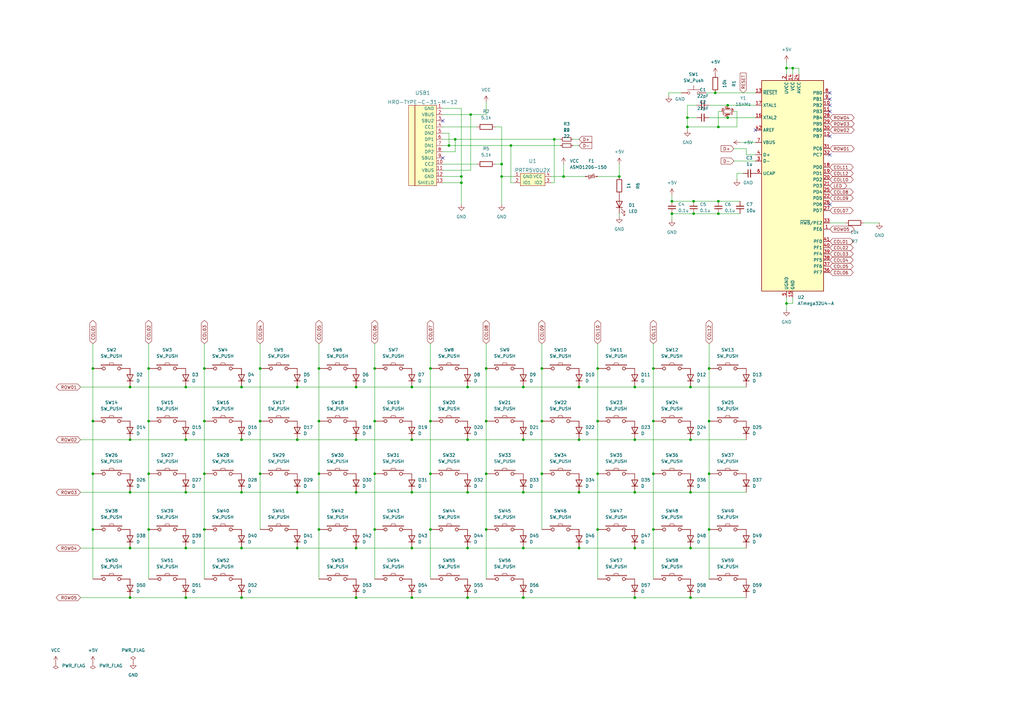
<source format=kicad_sch>
(kicad_sch (version 20211123) (generator eeschema)
  (paper "A3")
  (junction (at 290.83 217.17))
  (junction (at 191.77 201.93))
  (junction (at 199.39 194.31))
  (junction (at 260.35 180.34))
  (junction (at 176.53 151.13))
  (junction (at 237.49 180.34))
  (junction (at 99.06 201.93))
  (junction (at 294.64 87.63))
  (junction (at 290.83 172.72))
  (junction (at 214.63 224.79))
  (junction (at 267.97 217.17))
  (junction (at 53.34 180.34))
  (junction (at 245.11 172.72))
  (junction (at 205.74 67.31))
  (junction (at 231.14 72.39))
  (junction (at 121.92 224.79))
  (junction (at 290.83 151.13))
  (junction (at 76.2 224.79))
  (junction (at 99.06 158.75))
  (junction (at 325.12 27.94))
  (junction (at 260.35 224.79))
  (junction (at 191.77 158.75))
  (junction (at 176.53 194.31))
  (junction (at 294.64 52.07))
  (junction (at 283.21 224.79))
  (junction (at 260.35 158.75))
  (junction (at 106.68 194.31))
  (junction (at 38.1 151.13))
  (junction (at 130.81 172.72))
  (junction (at 76.2 245.11))
  (junction (at 214.63 180.34))
  (junction (at 38.1 172.72))
  (junction (at 284.48 82.55))
  (junction (at 153.67 151.13))
  (junction (at 106.68 151.13))
  (junction (at 76.2 158.75))
  (junction (at 191.77 180.34))
  (junction (at 322.58 27.94))
  (junction (at 121.92 201.93))
  (junction (at 237.49 201.93))
  (junction (at 237.49 158.75))
  (junction (at 83.82 151.13))
  (junction (at 284.48 87.63))
  (junction (at 83.82 217.17))
  (junction (at 60.96 151.13))
  (junction (at 283.21 180.34))
  (junction (at 294.64 82.55))
  (junction (at 189.23 72.39))
  (junction (at 146.05 180.34))
  (junction (at 222.25 172.72))
  (junction (at 76.2 201.93))
  (junction (at 214.63 201.93))
  (junction (at 130.81 194.31))
  (junction (at 245.11 217.17))
  (junction (at 283.21 201.93))
  (junction (at 121.92 158.75))
  (junction (at 283.21 245.11))
  (junction (at 283.21 158.75))
  (junction (at 193.04 46.99))
  (junction (at 267.97 151.13))
  (junction (at 60.96 217.17))
  (junction (at 168.91 201.93))
  (junction (at 146.05 201.93))
  (junction (at 237.49 224.79))
  (junction (at 121.92 180.34))
  (junction (at 189.23 74.93))
  (junction (at 214.63 158.75))
  (junction (at 99.06 224.79))
  (junction (at 106.68 172.72))
  (junction (at 146.05 158.75))
  (junction (at 191.77 245.11))
  (junction (at 222.25 194.31))
  (junction (at 227.33 57.15))
  (junction (at 153.67 172.72))
  (junction (at 254 72.39))
  (junction (at 260.35 201.93))
  (junction (at 168.91 180.34))
  (junction (at 60.96 194.31))
  (junction (at 53.34 201.93))
  (junction (at 168.91 245.11))
  (junction (at 76.2 180.34))
  (junction (at 146.05 224.79))
  (junction (at 168.91 158.75))
  (junction (at 290.83 194.31))
  (junction (at 146.05 245.11))
  (junction (at 38.1 217.17))
  (junction (at 38.1 194.31))
  (junction (at 130.81 217.17))
  (junction (at 267.97 194.31))
  (junction (at 298.45 43.18))
  (junction (at 245.11 151.13))
  (junction (at 245.11 194.31))
  (junction (at 53.34 158.75))
  (junction (at 191.77 224.79))
  (junction (at 275.59 82.55))
  (junction (at 53.34 245.11))
  (junction (at 184.15 59.69))
  (junction (at 60.96 172.72))
  (junction (at 298.45 48.26))
  (junction (at 293.37 38.1))
  (junction (at 53.34 224.79))
  (junction (at 176.53 217.17))
  (junction (at 83.82 194.31))
  (junction (at 130.81 151.13))
  (junction (at 214.63 245.11))
  (junction (at 176.53 172.72))
  (junction (at 222.25 151.13))
  (junction (at 205.74 72.39))
  (junction (at 281.94 52.07))
  (junction (at 209.55 59.69))
  (junction (at 168.91 224.79))
  (junction (at 99.06 245.11))
  (junction (at 199.39 151.13))
  (junction (at 281.94 48.26))
  (junction (at 199.39 172.72))
  (junction (at 153.67 217.17))
  (junction (at 322.58 124.46))
  (junction (at 275.59 87.63))
  (junction (at 186.69 57.15))
  (junction (at 199.39 217.17))
  (junction (at 83.82 172.72))
  (junction (at 267.97 172.72))
  (junction (at 260.35 245.11))
  (junction (at 99.06 180.34))
  (junction (at 153.67 194.31))
  (no_connect (at 340.36 83.82))
  (no_connect (at 309.88 53.34))
  (no_connect (at 181.61 49.53))
  (no_connect (at 181.61 64.77))
  (no_connect (at 340.36 45.72))
  (no_connect (at 340.36 55.88))
  (no_connect (at 340.36 43.18))
  (no_connect (at 340.36 40.64))
  (no_connect (at 340.36 38.1))
  (no_connect (at 340.36 63.5))
  (wire (pts (xy 60.96 172.72) (xy 60.96 194.31)))
  (wire (pts (xy 295.91 45.72) (xy 294.64 45.72)))
  (wire (pts (xy 294.64 45.72) (xy 294.64 52.07)))
  (wire (pts (xy 199.39 217.17) (xy 199.39 237.49)))
  (wire (pts (xy 214.63 224.79) (xy 237.49 224.79)))
  (wire (pts (xy 237.49 180.34) (xy 260.35 180.34)))
  (wire (pts (xy 83.82 151.13) (xy 83.82 172.72)))
  (wire (pts (xy 306.07 63.5) (xy 309.88 63.5)))
  (wire (pts (xy 275.59 87.63) (xy 284.48 87.63)))
  (wire (pts (xy 275.59 80.01) (xy 275.59 82.55)))
  (wire (pts (xy 322.58 124.46) (xy 325.12 124.46)))
  (wire (pts (xy 181.61 74.93) (xy 189.23 74.93)))
  (wire (pts (xy 146.05 245.11) (xy 168.91 245.11)))
  (wire (pts (xy 283.21 201.93) (xy 306.07 201.93)))
  (wire (pts (xy 176.53 140.97) (xy 176.53 151.13)))
  (wire (pts (xy 106.68 140.97) (xy 106.68 151.13)))
  (wire (pts (xy 130.81 172.72) (xy 130.81 194.31)))
  (wire (pts (xy 283.21 245.11) (xy 306.07 245.11)))
  (wire (pts (xy 76.2 158.75) (xy 99.06 158.75)))
  (wire (pts (xy 146.05 180.34) (xy 168.91 180.34)))
  (wire (pts (xy 205.74 67.31) (xy 205.74 72.39)))
  (wire (pts (xy 290.83 151.13) (xy 290.83 172.72)))
  (wire (pts (xy 53.34 180.34) (xy 76.2 180.34)))
  (wire (pts (xy 203.2 52.07) (xy 205.74 52.07)))
  (wire (pts (xy 193.04 46.99) (xy 199.39 46.99)))
  (wire (pts (xy 83.82 194.31) (xy 83.82 217.17)))
  (wire (pts (xy 267.97 140.97) (xy 267.97 151.13)))
  (wire (pts (xy 189.23 74.93) (xy 189.23 83.82)))
  (wire (pts (xy 227.33 57.15) (xy 229.87 57.15)))
  (wire (pts (xy 234.95 57.15) (xy 237.49 57.15)))
  (wire (pts (xy 281.94 52.07) (xy 281.94 53.34)))
  (wire (pts (xy 290.83 48.26) (xy 298.45 48.26)))
  (wire (pts (xy 327.66 27.94) (xy 325.12 27.94)))
  (wire (pts (xy 153.67 194.31) (xy 153.67 217.17)))
  (wire (pts (xy 275.59 82.55) (xy 284.48 82.55)))
  (wire (pts (xy 176.53 151.13) (xy 176.53 172.72)))
  (wire (pts (xy 322.58 27.94) (xy 322.58 30.48)))
  (wire (pts (xy 99.06 158.75) (xy 121.92 158.75)))
  (wire (pts (xy 38.1 172.72) (xy 38.1 194.31)))
  (wire (pts (xy 237.49 224.79) (xy 260.35 224.79)))
  (wire (pts (xy 181.61 52.07) (xy 195.58 52.07)))
  (wire (pts (xy 302.26 45.72) (xy 302.26 52.07)))
  (wire (pts (xy 214.63 180.34) (xy 237.49 180.34)))
  (wire (pts (xy 222.25 194.31) (xy 222.25 217.17)))
  (wire (pts (xy 294.64 52.07) (xy 302.26 52.07)))
  (wire (pts (xy 176.53 172.72) (xy 176.53 194.31)))
  (wire (pts (xy 281.94 48.26) (xy 281.94 52.07)))
  (wire (pts (xy 176.53 217.17) (xy 176.53 237.49)))
  (wire (pts (xy 245.11 151.13) (xy 245.11 172.72)))
  (wire (pts (xy 205.74 52.07) (xy 205.74 67.31)))
  (wire (pts (xy 199.39 140.97) (xy 199.39 151.13)))
  (wire (pts (xy 210.82 74.93) (xy 209.55 74.93)))
  (wire (pts (xy 274.32 38.1) (xy 279.4 38.1)))
  (wire (pts (xy 222.25 151.13) (xy 222.25 172.72)))
  (wire (pts (xy 121.92 201.93) (xy 146.05 201.93)))
  (wire (pts (xy 106.68 172.72) (xy 106.68 194.31)))
  (wire (pts (xy 203.2 67.31) (xy 205.74 67.31)))
  (wire (pts (xy 254 67.31) (xy 254 72.39)))
  (wire (pts (xy 60.96 140.97) (xy 60.96 151.13)))
  (wire (pts (xy 76.2 180.34) (xy 99.06 180.34)))
  (wire (pts (xy 302.26 71.12) (xy 302.26 73.66)))
  (wire (pts (xy 205.74 72.39) (xy 205.74 83.82)))
  (wire (pts (xy 191.77 245.11) (xy 214.63 245.11)))
  (wire (pts (xy 260.35 245.11) (xy 283.21 245.11)))
  (wire (pts (xy 184.15 54.61) (xy 184.15 59.69)))
  (wire (pts (xy 260.35 158.75) (xy 283.21 158.75)))
  (wire (pts (xy 184.15 59.69) (xy 209.55 59.69)))
  (wire (pts (xy 168.91 224.79) (xy 191.77 224.79)))
  (wire (pts (xy 146.05 224.79) (xy 168.91 224.79)))
  (wire (pts (xy 245.11 194.31) (xy 245.11 217.17)))
  (wire (pts (xy 260.35 180.34) (xy 283.21 180.34)))
  (wire (pts (xy 325.12 27.94) (xy 325.12 30.48)))
  (wire (pts (xy 237.49 59.69) (xy 234.95 59.69)))
  (wire (pts (xy 283.21 180.34) (xy 306.07 180.34)))
  (wire (pts (xy 53.34 158.75) (xy 76.2 158.75)))
  (wire (pts (xy 283.21 158.75) (xy 306.07 158.75)))
  (wire (pts (xy 53.34 201.93) (xy 76.2 201.93)))
  (wire (pts (xy 306.07 60.96) (xy 306.07 63.5)))
  (wire (pts (xy 226.06 74.93) (xy 227.33 74.93)))
  (wire (pts (xy 222.25 172.72) (xy 222.25 194.31)))
  (wire (pts (xy 60.96 151.13) (xy 60.96 172.72)))
  (wire (pts (xy 227.33 57.15) (xy 227.33 74.93)))
  (wire (pts (xy 322.58 25.4) (xy 322.58 27.94)))
  (wire (pts (xy 99.06 245.11) (xy 146.05 245.11)))
  (wire (pts (xy 33.02 245.11) (xy 53.34 245.11)))
  (wire (pts (xy 76.2 201.93) (xy 99.06 201.93)))
  (wire (pts (xy 193.04 69.85) (xy 193.04 46.99)))
  (wire (pts (xy 60.96 217.17) (xy 60.96 237.49)))
  (wire (pts (xy 281.94 48.26) (xy 285.75 48.26)))
  (wire (pts (xy 121.92 224.79) (xy 146.05 224.79)))
  (wire (pts (xy 181.61 69.85) (xy 193.04 69.85)))
  (wire (pts (xy 60.96 194.31) (xy 60.96 217.17)))
  (wire (pts (xy 226.06 72.39) (xy 231.14 72.39)))
  (wire (pts (xy 181.61 72.39) (xy 189.23 72.39)))
  (wire (pts (xy 322.58 127) (xy 322.58 124.46)))
  (wire (pts (xy 327.66 27.94) (xy 327.66 30.48)))
  (wire (pts (xy 199.39 151.13) (xy 199.39 172.72)))
  (wire (pts (xy 302.26 71.12) (xy 304.8 71.12)))
  (wire (pts (xy 245.11 217.17) (xy 245.11 237.49)))
  (wire (pts (xy 153.67 217.17) (xy 153.67 237.49)))
  (wire (pts (xy 325.12 124.46) (xy 325.12 121.92)))
  (wire (pts (xy 209.55 59.69) (xy 209.55 74.93)))
  (wire (pts (xy 153.67 151.13) (xy 153.67 172.72)))
  (wire (pts (xy 214.63 245.11) (xy 260.35 245.11)))
  (wire (pts (xy 267.97 151.13) (xy 267.97 172.72)))
  (wire (pts (xy 245.11 72.39) (xy 254 72.39)))
  (wire (pts (xy 130.81 140.97) (xy 130.81 151.13)))
  (wire (pts (xy 38.1 140.97) (xy 38.1 151.13)))
  (wire (pts (xy 168.91 245.11) (xy 191.77 245.11)))
  (wire (pts (xy 303.53 58.42) (xy 309.88 58.42)))
  (wire (pts (xy 99.06 224.79) (xy 121.92 224.79)))
  (wire (pts (xy 199.39 194.31) (xy 199.39 217.17)))
  (wire (pts (xy 281.94 43.18) (xy 281.94 48.26)))
  (wire (pts (xy 33.02 158.75) (xy 53.34 158.75)))
  (wire (pts (xy 281.94 43.18) (xy 285.75 43.18)))
  (wire (pts (xy 300.99 60.96) (xy 306.07 60.96)))
  (wire (pts (xy 33.02 201.93) (xy 53.34 201.93)))
  (wire (pts (xy 260.35 224.79) (xy 283.21 224.79)))
  (wire (pts (xy 346.71 91.44) (xy 340.36 91.44)))
  (wire (pts (xy 322.58 124.46) (xy 322.58 121.92)))
  (wire (pts (xy 76.2 245.11) (xy 99.06 245.11)))
  (wire (pts (xy 38.1 151.13) (xy 38.1 172.72)))
  (wire (pts (xy 294.64 87.63) (xy 303.53 87.63)))
  (wire (pts (xy 121.92 158.75) (xy 146.05 158.75)))
  (wire (pts (xy 168.91 158.75) (xy 191.77 158.75)))
  (wire (pts (xy 214.63 158.75) (xy 237.49 158.75)))
  (wire (pts (xy 360.68 91.44) (xy 354.33 91.44)))
  (wire (pts (xy 293.37 38.1) (xy 309.88 38.1)))
  (wire (pts (xy 191.77 224.79) (xy 214.63 224.79)))
  (wire (pts (xy 130.81 151.13) (xy 130.81 172.72)))
  (wire (pts (xy 290.83 194.31) (xy 290.83 217.17)))
  (wire (pts (xy 290.83 172.72) (xy 290.83 194.31)))
  (wire (pts (xy 168.91 201.93) (xy 191.77 201.93)))
  (wire (pts (xy 237.49 158.75) (xy 260.35 158.75)))
  (wire (pts (xy 99.06 201.93) (xy 121.92 201.93)))
  (wire (pts (xy 290.83 43.18) (xy 298.45 43.18)))
  (wire (pts (xy 181.61 46.99) (xy 193.04 46.99)))
  (wire (pts (xy 322.58 27.94) (xy 325.12 27.94)))
  (wire (pts (xy 231.14 67.31) (xy 231.14 72.39)))
  (wire (pts (xy 106.68 151.13) (xy 106.68 172.72)))
  (wire (pts (xy 199.39 41.91) (xy 199.39 46.99)))
  (wire (pts (xy 245.11 140.97) (xy 245.11 151.13)))
  (wire (pts (xy 191.77 180.34) (xy 214.63 180.34)))
  (wire (pts (xy 191.77 201.93) (xy 214.63 201.93)))
  (wire (pts (xy 267.97 172.72) (xy 267.97 194.31)))
  (wire (pts (xy 199.39 172.72) (xy 199.39 194.31)))
  (wire (pts (xy 231.14 72.39) (xy 240.03 72.39)))
  (wire (pts (xy 121.92 180.34) (xy 146.05 180.34)))
  (wire (pts (xy 33.02 224.79) (xy 53.34 224.79)))
  (wire (pts (xy 176.53 194.31) (xy 176.53 217.17)))
  (wire (pts (xy 181.61 67.31) (xy 195.58 67.31)))
  (wire (pts (xy 146.05 201.93) (xy 168.91 201.93)))
  (wire (pts (xy 189.23 72.39) (xy 189.23 74.93)))
  (wire (pts (xy 298.45 48.26) (xy 309.88 48.26)))
  (wire (pts (xy 209.55 59.69) (xy 229.87 59.69)))
  (wire (pts (xy 237.49 201.93) (xy 260.35 201.93)))
  (wire (pts (xy 222.25 140.97) (xy 222.25 151.13)))
  (wire (pts (xy 181.61 62.23) (xy 186.69 62.23)))
  (wire (pts (xy 260.35 201.93) (xy 283.21 201.93)))
  (wire (pts (xy 267.97 194.31) (xy 267.97 217.17)))
  (wire (pts (xy 146.05 158.75) (xy 168.91 158.75)))
  (wire (pts (xy 153.67 140.97) (xy 153.67 151.13)))
  (wire (pts (xy 284.48 87.63) (xy 294.64 87.63)))
  (wire (pts (xy 168.91 180.34) (xy 191.77 180.34)))
  (wire (pts (xy 181.61 59.69) (xy 184.15 59.69)))
  (wire (pts (xy 38.1 194.31) (xy 38.1 217.17)))
  (wire (pts (xy 290.83 140.97) (xy 290.83 151.13)))
  (wire (pts (xy 186.69 57.15) (xy 186.69 62.23)))
  (wire (pts (xy 300.99 45.72) (xy 302.26 45.72)))
  (wire (pts (xy 106.68 194.31) (xy 106.68 217.17)))
  (wire (pts (xy 275.59 87.63) (xy 275.59 90.17)))
  (wire (pts (xy 245.11 172.72) (xy 245.11 194.31)))
  (wire (pts (xy 191.77 158.75) (xy 214.63 158.75)))
  (wire (pts (xy 283.21 224.79) (xy 306.07 224.79)))
  (wire (pts (xy 181.61 57.15) (xy 186.69 57.15)))
  (wire (pts (xy 76.2 224.79) (xy 99.06 224.79)))
  (wire (pts (xy 130.81 194.31) (xy 130.81 217.17)))
  (wire (pts (xy 38.1 217.17) (xy 38.1 237.49)))
  (wire (pts (xy 298.45 43.18) (xy 309.88 43.18)))
  (wire (pts (xy 289.56 38.1) (xy 293.37 38.1)))
  (wire (pts (xy 205.74 72.39) (xy 210.82 72.39)))
  (wire (pts (xy 214.63 201.93) (xy 237.49 201.93)))
  (wire (pts (xy 83.82 140.97) (xy 83.82 151.13)))
  (wire (pts (xy 281.94 52.07) (xy 294.64 52.07)))
  (wire (pts (xy 254 88.9) (xy 254 87.63)))
  (wire (pts (xy 189.23 44.45) (xy 189.23 72.39)))
  (wire (pts (xy 274.32 38.1) (xy 274.32 39.37)))
  (wire (pts (xy 181.61 54.61) (xy 184.15 54.61)))
  (wire (pts (xy 181.61 44.45) (xy 189.23 44.45)))
  (wire (pts (xy 290.83 217.17) (xy 290.83 237.49)))
  (wire (pts (xy 300.99 66.04) (xy 309.88 66.04)))
  (wire (pts (xy 267.97 217.17) (xy 267.97 237.49)))
  (wire (pts (xy 294.64 82.55) (xy 303.53 82.55)))
  (wire (pts (xy 53.34 245.11) (xy 76.2 245.11)))
  (wire (pts (xy 33.02 180.34) (xy 53.34 180.34)))
  (wire (pts (xy 284.48 82.55) (xy 294.64 82.55)))
  (wire (pts (xy 130.81 217.17) (xy 130.81 237.49)))
  (wire (pts (xy 99.06 180.34) (xy 121.92 180.34)))
  (wire (pts (xy 53.34 224.79) (xy 76.2 224.79)))
  (wire (pts (xy 153.67 172.72) (xy 153.67 194.31)))
  (wire (pts (xy 186.69 57.15) (xy 227.33 57.15)))
  (wire (pts (xy 83.82 172.72) (xy 83.82 194.31)))
  (wire (pts (xy 83.82 217.17) (xy 83.82 237.49)))
  (global_label "COL09" (shape bidirectional) (at 340.36 81.28 0) (property "Intersheet References" "${INTERSHEET_REFS}" (effects hide)))
  (global_label "COL08" (shape bidirectional) (at 340.36 78.74 0) (property "Intersheet References" "${INTERSHEET_REFS}" (effects hide)))
  (global_label "ROW02" (shape bidirectional) (at 33.02 180.34 180) (property "Intersheet References" "${INTERSHEET_REFS}" (effects hide)))
  (global_label "COL10" (shape bidirectional) (at 245.11 140.97 90) (property "Intersheet References" "${INTERSHEET_REFS}" (effects hide)))
  (global_label "COL08" (shape bidirectional) (at 199.39 140.97 90) (property "Intersheet References" "${INTERSHEET_REFS}" (effects hide)))
  (global_label "COL03" (shape bidirectional) (at 83.82 140.97 90) (property "Intersheet References" "${INTERSHEET_REFS}" (effects hide)))
  (global_label "ROW03" (shape bidirectional) (at 33.02 201.93 180) (property "Intersheet References" "${INTERSHEET_REFS}" (effects hide)))
  (global_label "D-" (shape input) (at 237.49 59.69 0) (property "Intersheet References" "${INTERSHEET_REFS}" (effects hide)))
  (global_label "COL11" (shape bidirectional) (at 267.97 140.97 90) (property "Intersheet References" "${INTERSHEET_REFS}" (effects hide)))
  (global_label "RESET" (shape input) (at 304.8 38.1 90) (property "Intersheet References" "${INTERSHEET_REFS}" (effects hide)))
  (global_label "COL11" (shape bidirectional) (at 340.36 68.58 0) (property "Intersheet References" "${INTERSHEET_REFS}" (effects hide)))
  (global_label "COL07" (shape bidirectional) (at 176.53 140.97 90) (property "Intersheet References" "${INTERSHEET_REFS}" (effects hide)))
  (global_label "D-" (shape input) (at 300.99 66.04 180) (property "Intersheet References" "${INTERSHEET_REFS}" (effects hide)))
  (global_label "COL01" (shape bidirectional) (at 340.36 99.06 0) (property "Intersheet References" "${INTERSHEET_REFS}" (effects hide)))
  (global_label "COL09" (shape bidirectional) (at 222.25 140.97 90) (property "Intersheet References" "${INTERSHEET_REFS}" (effects hide)))
  (global_label "ROW04" (shape bidirectional) (at 33.02 224.79 180) (property "Intersheet References" "${INTERSHEET_REFS}" (effects hide)))
  (global_label "COL04" (shape bidirectional) (at 340.36 106.68 0) (property "Intersheet References" "${INTERSHEET_REFS}" (effects hide)))
  (global_label "COL01" (shape bidirectional) (at 38.1 140.97 90) (property "Intersheet References" "${INTERSHEET_REFS}" (effects hide)))
  (global_label "COL05" (shape bidirectional) (at 130.81 140.97 90) (property "Intersheet References" "${INTERSHEET_REFS}" (effects hide)))
  (global_label "D+" (shape input) (at 300.99 60.96 180) (property "Intersheet References" "${INTERSHEET_REFS}" (effects hide)))
  (global_label "COL06" (shape bidirectional) (at 153.67 140.97 90) (property "Intersheet References" "${INTERSHEET_REFS}" (effects hide)))
  (global_label "LED" (shape bidirectional) (at 340.36 76.2 0) (property "Intersheet References" "${INTERSHEET_REFS}" (effects hide)))
  (global_label "COL06" (shape bidirectional) (at 340.36 111.76 0) (property "Intersheet References" "${INTERSHEET_REFS}" (effects hide)))
  (global_label "COL02" (shape bidirectional) (at 340.36 101.6 0) (property "Intersheet References" "${INTERSHEET_REFS}" (effects hide)))
  (global_label "COL04" (shape bidirectional) (at 106.68 140.97 90) (property "Intersheet References" "${INTERSHEET_REFS}" (effects hide)))
  (global_label "COL10" (shape bidirectional) (at 340.36 73.66 0) (property "Intersheet References" "${INTERSHEET_REFS}" (effects hide)))
  (global_label "ROW02" (shape bidirectional) (at 340.36 53.34 0) (property "Intersheet References" "${INTERSHEET_REFS}" (effects hide)))
  (global_label "ROW05" (shape bidirectional) (at 33.02 245.11 180) (property "Intersheet References" "${INTERSHEET_REFS}" (effects hide)))
  (global_label "ROW04" (shape bidirectional) (at 340.36 48.26 0) (property "Intersheet References" "${INTERSHEET_REFS}" (effects hide)))
  (global_label "ROW05" (shape bidirectional) (at 340.36 93.98 0) (property "Intersheet References" "${INTERSHEET_REFS}" (effects hide)))
  (global_label "COL12" (shape bidirectional) (at 290.83 140.97 90) (property "Intersheet References" "${INTERSHEET_REFS}" (effects hide)))
  (global_label "COL02" (shape bidirectional) (at 60.96 140.97 90) (property "Intersheet References" "${INTERSHEET_REFS}" (effects hide)))
  (global_label "COL12" (shape bidirectional) (at 340.36 71.12 0) (property "Intersheet References" "${INTERSHEET_REFS}" (effects hide)))
  (global_label "ROW01" (shape bidirectional) (at 340.36 60.96 0) (property "Intersheet References" "${INTERSHEET_REFS}" (effects hide)))
  (global_label "COL05" (shape bidirectional) (at 340.36 109.22 0) (property "Intersheet References" "${INTERSHEET_REFS}" (effects hide)))
  (global_label "COL03" (shape bidirectional) (at 340.36 104.14 0) (property "Intersheet References" "${INTERSHEET_REFS}" (effects hide)))
  (global_label "ROW01" (shape bidirectional) (at 33.02 158.75 180) (property "Intersheet References" "${INTERSHEET_REFS}" (effects hide)))
  (global_label "COL07" (shape bidirectional) (at 340.36 86.36 0) (property "Intersheet References" "${INTERSHEET_REFS}" (effects hide)))
  (global_label "D+" (shape input) (at 237.49 57.15 0) (property "Intersheet References" "${INTERSHEET_REFS}" (effects hide)))
  (global_label "ROW03" (shape bidirectional) (at 340.36 50.8 0) (property "Intersheet References" "${INTERSHEET_REFS}" (effects hide)))
  (symbol (lib_id "Device:D") (at 99.06 154.94 90) (unit 1)
    (property "Reference" "D4" (at 101.6 153.6699 90) (effects (justify right)))
    (property "Value" "D" (at 101.6 156.2099 90) (effects (justify right)))
    (property "Footprint" "Diode_SMD:D_SOD-123" (effects hide))
    (property "LCSC" "C2828417" (effects hide))
  )
  (symbol (lib_id "power:GND") (at 189.23 83.82 0) (unit 1)
    (property "Reference" "#PWR012" (effects hide))
    (property "Value" "GND" (at 189.23 88.9 0))
  )
  (symbol (lib_id "power:GND") (at 281.94 53.34 0) (unit 1)
    (property "Reference" "#PWR06" (effects hide))
    (property "Value" "GND" (at 281.94 58.42 0))
  )
  (symbol (lib_id "keyboard_parts:SW_PUSH") (at 68.58 217.17 0) (unit 1)
    (property "Reference" "SW39" (at 68.58 209.55 0))
    (property "Value" "SW_PUSH" (at 68.58 212.09 0))
    (property "Footprint" "Switch_Keyboard_Kailh:SW_Kailh_Choc_V1" (effects hide))
  )
  (symbol (lib_id "keyboard_parts:SW_PUSH") (at 252.73 194.31 0) (unit 1)
    (property "Reference" "SW35" (at 252.73 186.69 0))
    (property "Value" "SW_PUSH" (at 252.73 189.23 0))
    (property "Footprint" "Switch_Keyboard_Kailh:SW_Kailh_Choc_V1" (effects hide))
  )
  (symbol (lib_id "keyboard_parts:SW_PUSH") (at 252.73 217.17 0) (unit 1)
    (property "Reference" "SW47" (at 252.73 209.55 0))
    (property "Value" "SW_PUSH" (at 252.73 212.09 0))
    (property "Footprint" "Switch_Keyboard_Kailh:SW_Kailh_Choc_V1" (effects hide))
  )
  (symbol (lib_id "keyboard_parts:SW_PUSH") (at 138.43 194.31 0) (unit 1)
    (property "Reference" "SW30" (at 138.43 186.69 0))
    (property "Value" "SW_PUSH" (at 138.43 189.23 0))
    (property "Footprint" "Switch_Keyboard_Kailh:SW_Kailh_Choc_V1" (effects hide))
  )
  (symbol (lib_id "keyboard_parts:SW_PUSH") (at 184.15 217.17 0) (unit 1)
    (property "Reference" "SW44" (at 184.15 209.55 0))
    (property "Value" "SW_PUSH" (at 184.15 212.09 0))
    (property "Footprint" "Switch_Keyboard_Kailh:SW_Kailh_Choc_V1" (effects hide))
  )
  (symbol (lib_id "keyboard_parts:SW_PUSH") (at 91.44 194.31 0) (unit 1)
    (property "Reference" "SW28" (at 91.44 186.69 0))
    (property "Value" "SW_PUSH" (at 91.44 189.23 0))
    (property "Footprint" "Switch_Keyboard_Kailh:SW_Kailh_Choc_V1" (effects hide))
  )
  (symbol (lib_id "Device:R") (at 199.39 67.31 90) (unit 1)
    (property "Reference" "R5" (at 199.39 60.96 90))
    (property "Value" "5.1k" (at 199.39 63.5 90))
    (property "Footprint" "Resistor_SMD:R_0805_2012Metric" (effects hide))
    (property "LCSC" "C27834" (effects hide))
  )
  (symbol (lib_id "power:GND") (at 275.59 90.17 0) (unit 1)
    (property "Reference" "#PWR015" (effects hide))
    (property "Value" "GND" (at 275.59 95.25 0))
  )
  (symbol (lib_id "Device:D") (at 53.34 220.98 90) (unit 1)
    (property "Reference" "D38" (at 55.88 219.7099 90) (effects (justify right)))
    (property "Value" "D" (at 55.88 222.2499 90) (effects (justify right)))
    (property "Footprint" "Diode_SMD:D_SOD-123" (effects hide))
    (property "LCSC" "C2828417" (effects hide))
  )
  (symbol (lib_id "keyboard_parts:SW_PUSH") (at 252.73 172.72 0) (unit 1)
    (property "Reference" "SW23" (at 252.73 165.1 0))
    (property "Value" "SW_PUSH" (at 252.73 167.64 0))
    (property "Footprint" "Switch_Keyboard_Kailh:SW_Kailh_Choc_V1" (effects hide))
  )
  (symbol (lib_id "Device:D") (at 99.06 241.3 90) (unit 1)
    (property "Reference" "D52" (at 101.6 240.0299 90) (effects (justify right)))
    (property "Value" "D" (at 101.6 242.5699 90) (effects (justify right)))
    (property "Footprint" "Diode_SMD:D_SOD-123" (effects hide))
    (property "LCSC" "C2828417" (effects hide))
  )
  (symbol (lib_id "Device:D") (at 237.49 198.12 90) (unit 1)
    (property "Reference" "D34" (at 240.03 196.8499 90) (effects (justify right)))
    (property "Value" "D" (at 240.03 199.3899 90) (effects (justify right)))
    (property "Footprint" "Diode_SMD:D_SOD-123" (effects hide))
    (property "LCSC" "C2828417" (effects hide))
  )
  (symbol (lib_id "Device:D") (at 237.49 176.53 90) (unit 1)
    (property "Reference" "D22" (at 240.03 175.2599 90) (effects (justify right)))
    (property "Value" "D" (at 240.03 177.7999 90) (effects (justify right)))
    (property "Footprint" "Diode_SMD:D_SOD-123" (effects hide))
    (property "LCSC" "C2828417" (effects hide))
  )
  (symbol (lib_id "keyboard_parts:SW_PUSH") (at 275.59 151.13 0) (unit 1)
    (property "Reference" "SW12" (at 275.59 143.51 0))
    (property "Value" "SW_PUSH" (at 275.59 146.05 0))
    (property "Footprint" "Switch_Keyboard_Kailh:SW_Kailh_Choc_V1" (effects hide))
  )
  (symbol (lib_id "Device:D") (at 53.34 154.94 90) (unit 1)
    (property "Reference" "D2" (at 55.88 153.6699 90) (effects (justify right)))
    (property "Value" "D" (at 55.88 156.2099 90) (effects (justify right)))
    (property "Footprint" "Diode_SMD:D_SOD-123" (effects hide))
    (property "LCSC" "C2828417" (effects hide))
  )
  (symbol (lib_id "Device:D") (at 99.06 198.12 90) (unit 1)
    (property "Reference" "D28" (at 101.6 196.8499 90) (effects (justify right)))
    (property "Value" "D" (at 101.6 199.3899 90) (effects (justify right)))
    (property "Footprint" "Diode_SMD:D_SOD-123" (effects hide))
    (property "LCSC" "C2828417" (effects hide))
  )
  (symbol (lib_id "keyboard_parts:SW_PUSH") (at 298.45 151.13 0) (unit 1)
    (property "Reference" "SW13" (at 298.45 143.51 0))
    (property "Value" "SW_PUSH" (at 298.45 146.05 0))
    (property "Footprint" "Switch_Keyboard_Kailh:SW_Kailh_Choc_V1" (effects hide))
  )
  (symbol (lib_id "keyboard_parts:SW_PUSH") (at 91.44 172.72 0) (unit 1)
    (property "Reference" "SW16" (at 91.44 165.1 0))
    (property "Value" "SW_PUSH" (at 91.44 167.64 0))
    (property "Footprint" "Switch_Keyboard_Kailh:SW_Kailh_Choc_V1" (effects hide))
  )
  (symbol (lib_id "Device:D") (at 146.05 241.3 90) (unit 1)
    (property "Reference" "D53" (at 148.59 240.0299 90) (effects (justify right)))
    (property "Value" "D" (at 148.59 242.5699 90) (effects (justify right)))
    (property "Footprint" "Diode_SMD:D_SOD-123" (effects hide))
    (property "LCSC" "C2828417" (effects hide))
  )
  (symbol (lib_id "Device:D") (at 260.35 176.53 90) (unit 1)
    (property "Reference" "D23" (at 262.89 175.2599 90) (effects (justify right)))
    (property "Value" "D" (at 262.89 177.7999 90) (effects (justify right)))
    (property "Footprint" "Diode_SMD:D_SOD-123" (effects hide))
    (property "LCSC" "C2828417" (effects hide))
  )
  (symbol (lib_id "Device:D") (at 306.07 176.53 90) (unit 1)
    (property "Reference" "D25" (at 308.61 175.2599 90) (effects (justify right)))
    (property "Value" "D" (at 308.61 177.7999 90) (effects (justify right)))
    (property "Footprint" "Diode_SMD:D_SOD-123" (effects hide))
    (property "LCSC" "C2828417" (effects hide))
  )
  (symbol (lib_id "keyboard_parts:SW_PUSH") (at 45.72 194.31 0) (unit 1)
    (property "Reference" "SW26" (at 45.72 186.69 0))
    (property "Value" "SW_PUSH" (at 45.72 189.23 0))
    (property "Footprint" "Switch_Keyboard_Kailh:SW_Kailh_Choc_V1" (effects hide))
  )
  (symbol (lib_id "power:+5V") (at 322.58 25.4 0) (unit 1)
    (property "Reference" "#PWR01" (effects hide))
    (property "Value" "+5V" (at 322.58 20.32 0))
  )
  (symbol (lib_id "power:+5V") (at 303.53 58.42 90) (unit 1)
    (property "Reference" "#PWR07" (effects hide))
    (property "Value" "+5V" (at 304.8 58.4199 90) (effects (justify right)))
  )
  (symbol (lib_id "power:VCC") (at 231.14 67.31 0) (unit 1)
    (property "Reference" "#PWR08" (effects hide))
    (property "Value" "VCC" (at 233.68 66.0399 0) (effects (justify left)))
  )
  (symbol (lib_id "power:+5V") (at 254 67.31 0) (unit 1)
    (property "Reference" "#PWR09" (effects hide))
    (property "Value" "+5V" (at 254 62.23 0))
  )
  (symbol (lib_id "keyboard_parts:SW_PUSH") (at 114.3 194.31 0) (unit 1)
    (property "Reference" "SW29" (at 114.3 186.69 0))
    (property "Value" "SW_PUSH" (at 114.3 189.23 0))
    (property "Footprint" "Switch_Keyboard_Kailh:SW_Kailh_Choc_V1" (effects hide))
  )
  (symbol (lib_id "Device:D") (at 168.91 154.94 90) (unit 1)
    (property "Reference" "D7" (at 171.45 153.6699 90) (effects (justify right)))
    (property "Value" "D" (at 171.45 156.2099 90) (effects (justify right)))
    (property "Footprint" "Diode_SMD:D_SOD-123" (effects hide))
    (property "LCSC" "C2828417" (effects hide))
  )
  (symbol (lib_id "keyboard_parts:SW_PUSH") (at 275.59 217.17 0) (unit 1)
    (property "Reference" "SW48" (at 275.59 209.55 0))
    (property "Value" "SW_PUSH" (at 275.59 212.09 0))
    (property "Footprint" "Switch_Keyboard_Kailh:SW_Kailh_Choc_V1" (effects hide))
  )
  (symbol (lib_id "Device:D") (at 76.2 220.98 90) (unit 1)
    (property "Reference" "D39" (at 78.74 219.7099 90) (effects (justify right)))
    (property "Value" "D" (at 78.74 222.2499 90) (effects (justify right)))
    (property "Footprint" "Diode_SMD:D_SOD-123" (effects hide))
    (property "LCSC" "C2828417" (effects hide))
  )
  (symbol (lib_id "Device:R") (at 350.52 91.44 270) (unit 1)
    (property "Reference" "R7" (at 350.52 99.06 90))
    (property "Value" "10k" (at 350.52 95.25 90))
    (property "Footprint" "Resistor_SMD:R_0805_2012Metric" (effects hide))
    (property "LCSC" "C17414" (effects hide))
  )
  (symbol (lib_id "Type-C:HRO-TYPE-C-31-M-12") (at 179.07 58.42 0) (unit 1)
    (property "Reference" "USB1" (at 173.355 38.1 0) (effects (font (size 1.524 1.524))))
    (property "Value" "HRO-TYPE-C-31-M-12" (at 173.355 41.91 0) (effects (font (size 1.524 1.524))))
    (property "Footprint" "Type-C:HRO-TYPE-C-31-M-12-Assembly" (effects hide))
    (property "LCSC" "C165948" (effects hide))
  )
  (symbol (lib_id "Device:LED") (at 254 83.82 90) (unit 1)
    (property "Reference" "D1" (at 257.81 84.1374 90) (effects (justify right)))
    (property "Value" "LED" (at 257.81 86.6774 90) (effects (justify right)))
    (property "Footprint" "LED_SMD:LED_0603_1608Metric_Pad1.05x0.95mm_HandSolder" (effects hide))
    (property "LCSC" "C2286" (effects hide))
  )
  (symbol (lib_id "MCU_Microchip_ATmega:ATmega32U4-A") (at 325.12 76.2 0) (unit 1)
    (property "Reference" "U2" (at 327.1394 121.92 0) (effects (justify left)))
    (property "Value" "ATmega32U4-A" (at 327.1394 124.46 0) (effects (justify left)))
    (property "Footprint" "Package_QFP:TQFP-44_10x10mm_P0.8mm" (effects hide))
    (property "Datasheet" "http://ww1.microchip.com/downloads/en/DeviceDoc/Atmel-7766-8-bit-AVR-ATmega16U4-32U4_Datasheet.pdf" (effects hide))
  )
  (symbol (lib_id "keyboard_parts:SW_PUSH") (at 229.87 217.17 0) (unit 1)
    (property "Reference" "SW46" (at 229.87 209.55 0))
    (property "Value" "SW_PUSH" (at 229.87 212.09 0))
    (property "Footprint" "Switch_Keyboard_Kailh:SW_Kailh_Choc_V1" (effects hide))
  )
  (symbol (lib_id "Device:D") (at 76.2 176.53 90) (unit 1)
    (property "Reference" "D15" (at 78.74 175.2599 90) (effects (justify right)))
    (property "Value" "D" (at 78.74 177.7999 90) (effects (justify right)))
    (property "Footprint" "Diode_SMD:D_SOD-123" (effects hide))
    (property "LCSC" "C2828417" (effects hide))
  )
  (symbol (lib_id "keyboard_parts:SW_PUSH") (at 161.29 217.17 0) (unit 1)
    (property "Reference" "SW43" (at 161.29 209.55 0))
    (property "Value" "SW_PUSH" (at 161.29 212.09 0))
    (property "Footprint" "Switch_Keyboard_Kailh:SW_Kailh_Choc_V1" (effects hide))
  )
  (symbol (lib_id "Device:R") (at 254 76.2 0) (unit 1)
    (property "Reference" "R6" (at 261.62 76.2 90))
    (property "Value" "1k" (at 257.81 76.2 90))
    (property "Footprint" "Resistor_SMD:R_0805_2012Metric" (effects hide))
    (property "LCSC" "C17513" (effects hide))
  )
  (symbol (lib_id "Device:D") (at 146.05 198.12 90) (unit 1)
    (property "Reference" "D30" (at 148.59 196.8499 90) (effects (justify right)))
    (property "Value" "D" (at 148.59 199.3899 90) (effects (justify right)))
    (property "Footprint" "Diode_SMD:D_SOD-123" (effects hide))
    (property "LCSC" "C2828417" (effects hide))
  )
  (symbol (lib_id "keyboard_parts:SW_PUSH") (at 68.58 237.49 0) (unit 1)
    (property "Reference" "SW51" (at 68.58 229.87 0))
    (property "Value" "SW_PUSH" (at 68.58 232.41 0))
    (property "Footprint" "Switch_Keyboard_Kailh:SW_Kailh_Choc_V1" (effects hide))
  )
  (symbol (lib_id "keyboard_parts:SW_PUSH") (at 91.44 217.17 0) (unit 1)
    (property "Reference" "SW40" (at 91.44 209.55 0))
    (property "Value" "SW_PUSH" (at 91.44 212.09 0))
    (property "Footprint" "Switch_Keyboard_Kailh:SW_Kailh_Choc_V1" (effects hide))
  )
  (symbol (lib_id "keyboard_parts:SW_PUSH") (at 138.43 237.49 0) (unit 1)
    (property "Reference" "SW53" (at 138.43 229.87 0))
    (property "Value" "SW_PUSH" (at 138.43 232.41 0))
    (property "Footprint" "Switch_Keyboard_Kailh:SW_Kailh_Choc_V1" (effects hide))
  )
  (symbol (lib_id "Device:D") (at 53.34 241.3 90) (unit 1)
    (property "Reference" "D50" (at 55.88 240.0299 90) (effects (justify right)))
    (property "Value" "D" (at 55.88 242.5699 90) (effects (justify right)))
    (property "Footprint" "Diode_SMD:D_SOD-123" (effects hide))
    (property "LCSC" "C2828417" (effects hide))
  )
  (symbol (lib_id "Device:D") (at 168.91 198.12 90) (unit 1)
    (property "Reference" "D31" (at 171.45 196.8499 90) (effects (justify right)))
    (property "Value" "D" (at 171.45 199.3899 90) (effects (justify right)))
    (property "Footprint" "Diode_SMD:D_SOD-123" (effects hide))
    (property "LCSC" "C2828417" (effects hide))
  )
  (symbol (lib_id "keyboard_parts:SW_PUSH") (at 207.01 194.31 0) (unit 1)
    (property "Reference" "SW33" (at 207.01 186.69 0))
    (property "Value" "SW_PUSH" (at 207.01 189.23 0))
    (property "Footprint" "Switch_Keyboard_Kailh:SW_Kailh_Choc_V1" (effects hide))
  )
  (symbol (lib_id "Device:D") (at 168.91 220.98 90) (unit 1)
    (property "Reference" "D43" (at 171.45 219.7099 90) (effects (justify right)))
    (property "Value" "D" (at 171.45 222.2499 90) (effects (justify right)))
    (property "Footprint" "Diode_SMD:D_SOD-123" (effects hide))
    (property "LCSC" "C2828417" (effects hide))
  )
  (symbol (lib_id "Device:D") (at 306.07 220.98 90) (unit 1)
    (property "Reference" "D49" (at 308.61 219.7099 90) (effects (justify right)))
    (property "Value" "D" (at 308.61 222.2499 90) (effects (justify right)))
    (property "Footprint" "Diode_SMD:D_SOD-123" (effects hide))
    (property "LCSC" "C2828417" (effects hide))
  )
  (symbol (lib_id "Device:D") (at 191.77 241.3 90) (unit 1)
    (property "Reference" "D55" (at 194.31 240.0299 90) (effects (justify right)))
    (property "Value" "D" (at 194.31 242.5699 90) (effects (justify right)))
    (property "Footprint" "Diode_SMD:D_SOD-123" (effects hide))
    (property "LCSC" "C2828417" (effects hide))
  )
  (symbol (lib_id "Device:C_Small") (at 303.53 85.09 180) (unit 1)
    (property "Reference" "C7" (at 306.07 83.8135 0) (effects (justify right)))
    (property "Value" "10u" (at 306.07 86.3535 0) (effects (justify right)))
    (property "Footprint" "Capacitor_SMD:C_0805_2012Metric_Pad1.18x1.45mm_HandSolder" (effects hide))
    (property "LCSC" "C15850" (effects hide))
  )
  (symbol (lib_id "keyboard_parts:SW_PUSH") (at 68.58 151.13 0) (unit 1)
    (property "Reference" "SW3" (at 68.58 143.51 0))
    (property "Value" "SW_PUSH" (at 68.58 146.05 0))
    (property "Footprint" "Switch_Keyboard_Kailh:SW_Kailh_Choc_V1" (effects hide))
  )
  (symbol (lib_id "Device:D") (at 76.2 198.12 90) (unit 1)
    (property "Reference" "D27" (at 78.74 196.8499 90) (effects (justify right)))
    (property "Value" "D" (at 78.74 199.3899 90) (effects (justify right)))
    (property "Footprint" "Diode_SMD:D_SOD-123" (effects hide))
    (property "LCSC" "C2828417" (effects hide))
  )
  (symbol (lib_id "Device:R") (at 199.39 52.07 90) (unit 1)
    (property "Reference" "R2" (at 199.39 45.72 90))
    (property "Value" "5.1k" (at 199.39 48.26 90))
    (property "Footprint" "Resistor_SMD:R_0805_2012Metric" (effects hide))
    (property "LCSC" "C27834" (effects hide))
  )
  (symbol (lib_id "Device:D") (at 121.92 154.94 90) (unit 1)
    (property "Reference" "D5" (at 124.46 153.6699 90) (effects (justify right)))
    (property "Value" "D" (at 124.46 156.2099 90) (effects (justify right)))
    (property "Footprint" "Diode_SMD:D_SOD-123" (effects hide))
    (property "LCSC" "C2828417" (effects hide))
  )
  (symbol (lib_id "keyboard_parts:SW_PUSH") (at 184.15 237.49 0) (unit 1)
    (property "Reference" "SW55" (at 184.15 229.87 0))
    (property "Value" "SW_PUSH" (at 184.15 232.41 0))
    (property "Footprint" "Switch_Keyboard_Kailh:SW_Kailh_Choc_V1" (effects hide))
  )
  (symbol (lib_id "random-keyboard-parts:PRTR5V0U2X") (at 218.44 73.66 0) (unit 1)
    (property "Reference" "U1" (at 218.44 66.04 0) (effects (font (size 1.524 1.524))))
    (property "Value" "PRTR5V0U2X" (at 218.44 69.85 0) (effects (font (size 1.524 1.524))))
    (property "Footprint" "Package_TO_SOT_SMD:SOT-143" (effects hide))
    (property "LCSC" "C2827688" (effects hide))
  )
  (symbol (lib_id "power:GND") (at 54.61 271.78 0) (unit 1)
    (property "Reference" "#PWR021" (effects hide))
    (property "Value" "GND" (at 54.61 276.86 0))
  )
  (symbol (lib_id "keyboard_parts:SW_PUSH") (at 298.45 172.72 0) (unit 1)
    (property "Reference" "SW25" (at 298.45 165.1 0))
    (property "Value" "SW_PUSH" (at 298.45 167.64 0))
    (property "Footprint" "Switch_Keyboard_Kailh:SW_Kailh_Choc_V1" (effects hide))
  )
  (symbol (lib_id "keyboard_parts:SW_PUSH") (at 275.59 194.31 0) (unit 1)
    (property "Reference" "SW36" (at 275.59 186.69 0))
    (property "Value" "SW_PUSH" (at 275.59 189.23 0))
    (property "Footprint" "Switch_Keyboard_Kailh:SW_Kailh_Choc_V1" (effects hide))
  )
  (symbol (lib_id "keyboard_parts:SW_PUSH") (at 45.72 237.49 0) (unit 1)
    (property "Reference" "SW50" (at 45.72 229.87 0))
    (property "Value" "SW_PUSH" (at 45.72 232.41 0))
    (property "Footprint" "Switch_Keyboard_Kailh:SW_Kailh_Choc_V1" (effects hide))
  )
  (symbol (lib_id "Device:D") (at 283.21 198.12 90) (unit 1)
    (property "Reference" "D36" (at 285.75 196.8499 90) (effects (justify right)))
    (property "Value" "D" (at 285.75 199.3899 90) (effects (justify right)))
    (property "Footprint" "Diode_SMD:D_SOD-123" (effects hide))
    (property "LCSC" "C2828417" (effects hide))
  )
  (symbol (lib_id "keyboard_parts:SW_PUSH") (at 184.15 151.13 0) (unit 1)
    (property "Reference" "SW8" (at 184.15 143.51 0))
    (property "Value" "SW_PUSH" (at 184.15 146.05 0))
    (property "Footprint" "Switch_Keyboard_Kailh:SW_Kailh_Choc_V1" (effects hide))
  )
  (symbol (lib_id "keyboard_parts:SW_PUSH") (at 161.29 237.49 0) (unit 1)
    (property "Reference" "SW54" (at 161.29 229.87 0))
    (property "Value" "SW_PUSH" (at 161.29 232.41 0))
    (property "Footprint" "Switch_Keyboard_Kailh:SW_Kailh_Choc_V1" (effects hide))
  )
  (symbol (lib_id "keyboard_parts:SW_PUSH") (at 138.43 151.13 0) (unit 1)
    (property "Reference" "SW6" (at 138.43 143.51 0))
    (property "Value" "SW_PUSH" (at 138.43 146.05 0))
    (property "Footprint" "Switch_Keyboard_Kailh:SW_Kailh_Choc_V1" (effects hide))
  )
  (symbol (lib_id "power:GND") (at 205.74 83.82 0) (unit 1)
    (property "Reference" "#PWR013" (effects hide))
    (property "Value" "GND" (at 205.74 88.9 0))
  )
  (symbol (lib_id "Device:D") (at 214.63 241.3 90) (unit 1)
    (property "Reference" "D56" (at 217.17 240.0299 90) (effects (justify right)))
    (property "Value" "D" (at 217.17 242.5699 90) (effects (justify right)))
    (property "Footprint" "Diode_SMD:D_SOD-123" (effects hide))
    (property "LCSC" "C2828417" (effects hide))
  )
  (symbol (lib_id "Device:D") (at 214.63 220.98 90) (unit 1)
    (property "Reference" "D45" (at 217.17 219.7099 90) (effects (justify right)))
    (property "Value" "D" (at 217.17 222.2499 90) (effects (justify right)))
    (property "Footprint" "Diode_SMD:D_SOD-123" (effects hide))
    (property "LCSC" "C2828417" (effects hide))
  )
  (symbol (lib_id "keyboard_parts:SW_PUSH") (at 298.45 194.31 0) (unit 1)
    (property "Reference" "SW37" (at 298.45 186.69 0))
    (property "Value" "SW_PUSH" (at 298.45 189.23 0))
    (property "Footprint" "Switch_Keyboard_Kailh:SW_Kailh_Choc_V1" (effects hide))
  )
  (symbol (lib_id "Device:D") (at 237.49 220.98 90) (unit 1)
    (property "Reference" "D46" (at 240.03 219.7099 90) (effects (justify right)))
    (property "Value" "D" (at 240.03 222.2499 90) (effects (justify right)))
    (property "Footprint" "Diode_SMD:D_SOD-123" (effects hide))
    (property "LCSC" "C2828417" (effects hide))
  )
  (symbol (lib_id "power:VCC") (at 199.39 41.91 0) (unit 1)
    (property "Reference" "#PWR05" (effects hide))
    (property "Value" "VCC" (at 199.39 36.83 0))
  )
  (symbol (lib_id "Switch:SW_Push") (at 284.48 38.1 0) (unit 1)
    (property "Reference" "SW1" (at 284.48 30.48 0))
    (property "Value" "SW_Push" (at 284.48 33.02 0))
    (property "Footprint" "Button_Switch_SMD:SW_SPST_B3U-1000P" (effects hide))
    (property "LCSC" "C231329" (effects hide))
  )
  (symbol (lib_id "power:GND") (at 254 88.9 0) (unit 1)
    (property "Reference" "#PWR014" (effects hide))
    (property "Value" "GND" (at 254 93.98 0))
  )
  (symbol (lib_id "keyboard_parts:SW_PUSH") (at 207.01 217.17 0) (unit 1)
    (property "Reference" "SW45" (at 207.01 209.55 0))
    (property "Value" "SW_PUSH" (at 207.01 212.09 0))
    (property "Footprint" "Switch_Keyboard_Kailh:SW_Kailh_Choc_V1" (effects hide))
  )
  (symbol (lib_id "keyboard_parts:SW_PUSH") (at 68.58 172.72 0) (unit 1)
    (property "Reference" "SW15" (at 68.58 165.1 0))
    (property "Value" "SW_PUSH" (at 68.58 167.64 0))
    (property "Footprint" "Switch_Keyboard_Kailh:SW_Kailh_Choc_V1" (effects hide))
  )
  (symbol (lib_id "Device:D") (at 260.35 241.3 90) (unit 1)
    (property "Reference" "D57" (at 262.89 240.0299 90) (effects (justify right)))
    (property "Value" "D" (at 262.89 242.5699 90) (effects (justify right)))
    (property "Footprint" "Diode_SMD:D_SOD-123" (effects hide))
    (property "LCSC" "C2828417" (effects hide))
  )
  (symbol (lib_id "keyboard_parts:SW_PUSH") (at 114.3 217.17 0) (unit 1)
    (property "Reference" "SW41" (at 114.3 209.55 0))
    (property "Value" "SW_PUSH" (at 114.3 212.09 0))
    (property "Footprint" "Switch_Keyboard_Kailh:SW_Kailh_Choc_V1" (effects hide))
  )
  (symbol (lib_id "Device:D") (at 53.34 198.12 90) (unit 1)
    (property "Reference" "D26" (at 55.88 196.8499 90) (effects (justify right)))
    (property "Value" "D" (at 55.88 199.3899 90) (effects (justify right)))
    (property "Footprint" "Diode_SMD:D_SOD-123" (effects hide))
    (property "LCSC" "C2828417" (effects hide))
  )
  (symbol (lib_id "keyboard_parts:SW_PUSH") (at 275.59 172.72 0) (unit 1)
    (property "Reference" "SW24" (at 275.59 165.1 0))
    (property "Value" "SW_PUSH" (at 275.59 167.64 0))
    (property "Footprint" "Switch_Keyboard_Kailh:SW_Kailh_Choc_V1" (effects hide))
  )
  (symbol (lib_id "Device:D") (at 214.63 154.94 90) (unit 1)
    (property "Reference" "D9" (at 217.17 153.6699 90) (effects (justify right)))
    (property "Value" "D" (at 217.17 156.2099 90) (effects (justify right)))
    (property "Footprint" "Diode_SMD:D_SOD-123" (effects hide))
    (property "LCSC" "C2828417" (effects hide))
  )
  (symbol (lib_id "Device:D") (at 99.06 176.53 90) (unit 1)
    (property "Reference" "D16" (at 101.6 175.2599 90) (effects (justify right)))
    (property "Value" "D" (at 101.6 177.7999 90) (effects (justify right)))
    (property "Footprint" "Diode_SMD:D_SOD-123" (effects hide))
    (property "LCSC" "C2828417" (effects hide))
  )
  (symbol (lib_id "Device:D") (at 121.92 198.12 90) (unit 1)
    (property "Reference" "D29" (at 124.46 196.8499 90) (effects (justify right)))
    (property "Value" "D" (at 124.46 199.3899 90) (effects (justify right)))
    (property "Footprint" "Diode_SMD:D_SOD-123" (effects hide))
    (property "LCSC" "C2828417" (effects hide))
  )
  (symbol (lib_id "keyboard_parts:SW_PUSH") (at 45.72 151.13 0) (unit 1)
    (property "Reference" "SW2" (at 45.72 143.51 0))
    (property "Value" "SW_PUSH" (at 45.72 146.05 0))
    (property "Footprint" "Switch_Keyboard_Kailh:SW_Kailh_Choc_V1" (effects hide))
  )
  (symbol (lib_id "keyboard_parts:SW_PUSH") (at 138.43 217.17 0) (unit 1)
    (property "Reference" "SW42" (at 138.43 209.55 0))
    (property "Value" "SW_PUSH" (at 138.43 212.09 0))
    (property "Footprint" "Switch_Keyboard_Kailh:SW_Kailh_Choc_V1" (effects hide))
  )
  (symbol (lib_id "Device:D") (at 283.21 241.3 90) (unit 1)
    (property "Reference" "D58" (at 285.75 240.0299 90) (effects (justify right)))
    (property "Value" "D" (at 285.75 242.5699 90) (effects (justify right)))
    (property "Footprint" "Diode_SMD:D_SOD-123" (effects hide))
    (property "LCSC" "C2828417" (effects hide))
  )
  (symbol (lib_id "Device:D") (at 191.77 176.53 90) (unit 1)
    (property "Reference" "D20" (at 194.31 175.2599 90) (effects (justify right)))
    (property "Value" "D" (at 194.31 177.7999 90) (effects (justify right)))
    (property "Footprint" "Diode_SMD:D_SOD-123" (effects hide))
    (property "LCSC" "C2828417" (effects hide))
  )
  (symbol (lib_id "keyboard_parts:SW_PUSH") (at 298.45 237.49 0) (unit 1)
    (property "Reference" "SW59" (at 298.45 229.87 0))
    (property "Value" "SW_PUSH" (at 298.45 232.41 0))
    (property "Footprint" "Switch_Keyboard_Kailh:SW_Kailh_Choc_V1" (effects hide))
  )
  (symbol (lib_id "Device:Crystal_GND24_Small") (at 298.45 45.72 270) (unit 1)
    (property "Reference" "Y1" (at 304.8 40.2588 90))
    (property "Value" "16HMz" (at 304.8 42.7988 90))
    (property "Footprint" "Crystal:Crystal_SMD_3225-4Pin_3.2x2.5mm_HandSoldering" (effects hide))
    (property "LCSC" "C13738" (effects hide))
  )
  (symbol (lib_id "Device:D") (at 237.49 154.94 90) (unit 1)
    (property "Reference" "D10" (at 240.03 153.6699 90) (effects (justify right)))
    (property "Value" "D" (at 240.03 156.2099 90) (effects (justify right)))
    (property "Footprint" "Diode_SMD:D_SOD-123" (effects hide))
    (property "LCSC" "C2828417" (effects hide))
  )
  (symbol (lib_id "power:+5V") (at 38.1 271.78 0) (unit 1)
    (property "Reference" "#PWR020" (effects hide))
    (property "Value" "+5V" (at 38.1 266.7 0))
  )
  (symbol (lib_id "keyboard_parts:SW_PUSH") (at 91.44 151.13 0) (unit 1)
    (property "Reference" "SW4" (at 91.44 143.51 0))
    (property "Value" "SW_PUSH" (at 91.44 146.05 0))
    (property "Footprint" "Switch_Keyboard_Kailh:SW_Kailh_Choc_V1" (effects hide))
  )
  (symbol (lib_id "keyboard_parts:SW_PUSH") (at 91.44 237.49 0) (unit 1)
    (property "Reference" "SW52" (at 91.44 229.87 0))
    (property "Value" "SW_PUSH" (at 91.44 232.41 0))
    (property "Footprint" "Switch_Keyboard_Kailh:SW_Kailh_Choc_V1" (effects hide))
  )
  (symbol (lib_id "Device:R_Small") (at 232.41 57.15 90) (unit 1)
    (property "Reference" "R3" (at 232.41 50.8 90))
    (property "Value" "22" (at 232.41 53.34 90))
    (property "Footprint" "Resistor_SMD:R_0805_2012Metric" (effects hide))
    (property "LCSC" "C17561" (effects hide))
  )
  (symbol (lib_id "power:GND") (at 302.26 73.66 0) (unit 1)
    (property "Reference" "#PWR010" (effects hide))
    (property "Value" "GND" (at 304.8 74.9299 0) (effects (justify left)))
  )
  (symbol (lib_id "Device:D") (at 121.92 176.53 90) (unit 1)
    (property "Reference" "D17" (at 124.46 175.2599 90) (effects (justify right)))
    (property "Value" "D" (at 124.46 177.7999 90) (effects (justify right)))
    (property "Footprint" "Diode_SMD:D_SOD-123" (effects hide))
    (property "LCSC" "C2828417" (effects hide))
  )
  (symbol (lib_id "Device:D") (at 260.35 154.94 90) (unit 1)
    (property "Reference" "D11" (at 262.89 153.6699 90) (effects (justify right)))
    (property "Value" "D" (at 262.89 156.2099 90) (effects (justify right)))
    (property "Footprint" "Diode_SMD:D_SOD-123" (effects hide))
    (property "LCSC" "C2828417" (effects hide))
  )
  (symbol (lib_id "keyboard_parts:SW_PUSH") (at 161.29 194.31 0) (unit 1)
    (property "Reference" "SW31" (at 161.29 186.69 0))
    (property "Value" "SW_PUSH" (at 161.29 189.23 0))
    (property "Footprint" "Switch_Keyboard_Kailh:SW_Kailh_Choc_V1" (effects hide))
  )
  (symbol (lib_id "keyboard_parts:SW_PUSH") (at 298.45 217.17 0) (unit 1)
    (property "Reference" "SW49" (at 298.45 209.55 0))
    (property "Value" "SW_PUSH" (at 298.45 212.09 0))
    (property "Footprint" "Switch_Keyboard_Kailh:SW_Kailh_Choc_V1" (effects hide))
  )
  (symbol (lib_id "power:GND") (at 274.32 39.37 0) (unit 1)
    (property "Reference" "#PWR04" (effects hide))
    (property "Value" "GND" (at 276.86 40.6399 0) (effects (justify left)))
  )
  (symbol (lib_id "Device:D") (at 146.05 154.94 90) (unit 1)
    (property "Reference" "D6" (at 148.59 153.6699 90) (effects (justify right)))
    (property "Value" "D" (at 148.59 156.2099 90) (effects (justify right)))
    (property "Footprint" "Diode_SMD:D_SOD-123" (effects hide))
    (property "LCSC" "C2828417" (effects hide))
  )
  (symbol (lib_id "keyboard_parts:SW_PUSH") (at 229.87 172.72 0) (unit 1)
    (property "Reference" "SW22" (at 229.87 165.1 0))
    (property "Value" "SW_PUSH" (at 229.87 167.64 0))
    (property "Footprint" "Switch_Keyboard_Kailh:SW_Kailh_Choc_V1" (effects hide))
  )
  (symbol (lib_id "Device:D") (at 283.21 176.53 90) (unit 1)
    (property "Reference" "D24" (at 285.75 175.2599 90) (effects (justify right)))
    (property "Value" "D" (at 285.75 177.7999 90) (effects (justify right)))
    (property "Footprint" "Diode_SMD:D_SOD-123" (effects hide))
    (property "LCSC" "C2828417" (effects hide))
  )
  (symbol (lib_id "Device:C_Small") (at 294.64 85.09 180) (unit 1)
    (property "Reference" "C6" (at 297.18 83.8135 0) (effects (justify right)))
    (property "Value" "0.1u" (at 297.18 86.3535 0) (effects (justify right)))
    (property "Footprint" "Capacitor_SMD:C_0603_1608Metric_Pad1.08x0.95mm_HandSolder" (effects hide))
    (property "LCSC" "C138344" (effects hide))
  )
  (symbol (lib_id "Device:R") (at 293.37 34.29 0) (unit 1)
    (property "Reference" "R1" (at 300.99 34.29 90))
    (property "Value" "10k" (at 297.18 34.29 90))
    (property "Footprint" "Resistor_SMD:R_0805_2012Metric" (effects hide))
    (property "LCSC" "C17414" (effects hide))
  )
  (symbol (lib_id "Device:C_Small") (at 288.29 48.26 90) (unit 1)
    (property "Reference" "C2" (at 288.2963 41.91 90))
    (property "Value" "22pF" (at 288.2963 44.45 90))
    (property "Footprint" "Capacitor_SMD:C_0805_2012Metric_Pad1.18x1.45mm_HandSolder" (effects hide))
  )
  (symbol (lib_id "keyboard_parts:SW_PUSH") (at 207.01 151.13 0) (unit 1)
    (property "Reference" "SW9" (at 207.01 143.51 0))
    (property "Value" "SW_PUSH" (at 207.01 146.05 0))
    (property "Footprint" "Switch_Keyboard_Kailh:SW_Kailh_Choc_V1" (effects hide))
  )
  (symbol (lib_id "Device:C_Small") (at 307.34 71.12 90) (unit 1)
    (property "Reference" "C3" (at 307.3463 64.77 90))
    (property "Value" "1u" (at 307.3463 67.31 90))
    (property "Footprint" "Capacitor_SMD:C_0805_2012Metric_Pad1.18x1.45mm_HandSolder" (effects hide))
    (property "LCSC" "C28323" (effects hide))
  )
  (symbol (lib_id "power:+5V") (at 293.37 30.48 0) (unit 1)
    (property "Reference" "#PWR02" (effects hide))
    (property "Value" "+5V" (at 293.37 25.4 0))
  )
  (symbol (lib_id "Device:D") (at 306.07 241.3 90) (unit 1)
    (property "Reference" "D59" (at 308.61 240.0299 90) (effects (justify right)))
    (property "Value" "D" (at 308.61 242.5699 90) (effects (justify right)))
    (property "Footprint" "Diode_SMD:D_SOD-123" (effects hide))
    (property "LCSC" "C2828417" (effects hide))
  )
  (symbol (lib_id "keyboard_parts:SW_PUSH") (at 45.72 217.17 0) (unit 1)
    (property "Reference" "SW38" (at 45.72 209.55 0))
    (property "Value" "SW_PUSH" (at 45.72 212.09 0))
    (property "Footprint" "Switch_Keyboard_Kailh:SW_Kailh_Choc_V1" (effects hide))
  )
  (symbol (lib_id "Device:D") (at 306.07 154.94 90) (unit 1)
    (property "Reference" "D13" (at 308.61 153.6699 90) (effects (justify right)))
    (property "Value" "D" (at 308.61 156.2099 90) (effects (justify right)))
    (property "Footprint" "Diode_SMD:D_SOD-123" (effects hide))
    (property "LCSC" "C2828417" (effects hide))
  )
  (symbol (lib_id "Device:D") (at 260.35 220.98 90) (unit 1)
    (property "Reference" "D47" (at 262.89 219.7099 90) (effects (justify right)))
    (property "Value" "D" (at 262.89 222.2499 90) (effects (justify right)))
    (property "Footprint" "Diode_SMD:D_SOD-123" (effects hide))
    (property "LCSC" "C2828417" (effects hide))
  )
  (symbol (lib_id "Device:D") (at 214.63 176.53 90) (unit 1)
    (property "Reference" "D21" (at 217.17 175.2599 90) (effects (justify right)))
    (property "Value" "D" (at 217.17 177.7999 90) (effects (justify right)))
    (property "Footprint" "Diode_SMD:D_SOD-123" (effects hide))
    (property "LCSC" "C2828417" (effects hide))
  )
  (symbol (lib_id "Device:C_Small") (at 284.48 85.09 180) (unit 1)
    (property "Reference" "C5" (at 287.02 83.8135 0) (effects (justify right)))
    (property "Value" "0.1u" (at 287.02 86.3535 0) (effects (justify right)))
    (property "Footprint" "Capacitor_SMD:C_0603_1608Metric_Pad1.08x0.95mm_HandSolder" (effects hide))
    (property "LCSC" "C138344" (effects hide))
  )
  (symbol (lib_id "keyboard_parts:SW_PUSH") (at 207.01 172.72 0) (unit 1)
    (property "Reference" "SW21" (at 207.01 165.1 0))
    (property "Value" "SW_PUSH" (at 207.01 167.64 0))
    (property "Footprint" "Switch_Keyboard_Kailh:SW_Kailh_Choc_V1" (effects hide))
  )
  (symbol (lib_id "Device:D") (at 214.63 198.12 90) (unit 1)
    (property "Reference" "D33" (at 217.17 196.8499 90) (effects (justify right)))
    (property "Value" "D" (at 217.17 199.3899 90) (effects (justify right)))
    (property "Footprint" "Diode_SMD:D_SOD-123" (effects hide))
    (property "LCSC" "C2828417" (effects hide))
  )
  (symbol (lib_id "power:GND") (at 322.58 127 0) (unit 1)
    (property "Reference" "#PWR018" (effects hide))
    (property "Value" "GND" (at 322.58 132.08 0))
  )
  (symbol (lib_id "Device:D") (at 168.91 176.53 90) (unit 1)
    (property "Reference" "D19" (at 171.45 175.2599 90) (effects (justify right)))
    (property "Value" "D" (at 171.45 177.7999 90) (effects (justify right)))
    (property "Footprint" "Diode_SMD:D_SOD-123" (effects hide))
    (property "LCSC" "C2828417" (effects hide))
  )
  (symbol (lib_id "keyboard_parts:SW_PUSH") (at 275.59 237.49 0) (unit 1)
    (property "Reference" "SW58" (at 275.59 229.87 0))
    (property "Value" "SW_PUSH" (at 275.59 232.41 0))
    (property "Footprint" "Switch_Keyboard_Kailh:SW_Kailh_Choc_V1" (effects hide))
  )
  (symbol (lib_id "keyboard_parts:SW_PUSH") (at 184.15 194.31 0) (unit 1)
    (property "Reference" "SW32" (at 184.15 186.69 0))
    (property "Value" "SW_PUSH" (at 184.15 189.23 0))
    (property "Footprint" "Switch_Keyboard_Kailh:SW_Kailh_Choc_V1" (effects hide))
  )
  (symbol (lib_id "keyboard_parts:SW_PUSH") (at 161.29 172.72 0) (unit 1)
    (property "Reference" "SW19" (at 161.29 165.1 0))
    (property "Value" "SW_PUSH" (at 161.29 167.64 0))
    (property "Footprint" "Switch_Keyboard_Kailh:SW_Kailh_Choc_V1" (effects hide))
  )
  (symbol (lib_id "keyboard_parts:SW_PUSH") (at 207.01 237.49 0) (unit 1)
    (property "Reference" "SW56" (at 207.01 229.87 0))
    (property "Value" "SW_PUSH" (at 207.01 232.41 0))
    (property "Footprint" "Switch_Keyboard_Kailh:SW_Kailh_Choc_V1" (effects hide))
  )
  (symbol (lib_id "keyboard_parts:SW_PUSH") (at 184.15 172.72 0) (unit 1)
    (property "Reference" "SW20" (at 184.15 165.1 0))
    (property "Value" "SW_PUSH" (at 184.15 167.64 0))
    (property "Footprint" "Switch_Keyboard_Kailh:SW_Kailh_Choc_V1" (effects hide))
  )
  (symbol (lib_id "keyboard_parts:SW_PUSH") (at 68.58 194.31 0) (unit 1)
    (property "Reference" "SW27" (at 68.58 186.69 0))
    (property "Value" "SW_PUSH" (at 68.58 189.23 0))
    (property "Footprint" "Switch_Keyboard_Kailh:SW_Kailh_Choc_V1" (effects hide))
  )
  (symbol (lib_id "power:PWR_FLAG") (at 22.86 271.78 180) (unit 1)
    (property "Reference" "#FLG01" (effects hide))
    (property "Value" "PWR_FLAG" (at 25.4 273.0499 0) (effects (justify right)))
  )
  (symbol (lib_id "Device:D") (at 53.34 176.53 90) (unit 1)
    (property "Reference" "D14" (at 55.88 175.2599 90) (effects (justify right)))
    (property "Value" "D" (at 55.88 177.7999 90) (effects (justify right)))
    (property "Footprint" "Diode_SMD:D_SOD-123" (effects hide))
    (property "LCSC" "C2828417" (effects hide))
  )
  (symbol (lib_id "Device:C_Small") (at 288.29 43.18 270) (unit 1)
    (property "Reference" "C1" (at 288.2836 36.83 90))
    (property "Value" "22pF" (at 288.2836 39.37 90))
    (property "Footprint" "Capacitor_SMD:C_0805_2012Metric_Pad1.18x1.45mm_HandSolder" (effects hide))
  )
  (symbol (lib_id "Device:Polyfuse_Small") (at 242.57 72.39 90) (unit 1)
    (property "Reference" "F1" (at 242.57 66.04 90))
    (property "Value" "ASMD1206-150" (at 241.3 68.58 90))
    (property "Footprint" "Fuse:Fuse_1206_3216Metric_Pad1.42x1.75mm_HandSolder" (effects hide))
    (property "LCSC" "C135341" (effects hide))
  )
  (symbol (lib_id "Device:D") (at 306.07 198.12 90) (unit 1)
    (property "Reference" "D37" (at 308.61 196.8499 90) (effects (justify right)))
    (property "Value" "D" (at 308.61 199.3899 90) (effects (justify right)))
    (property "Footprint" "Diode_SMD:D_SOD-123" (effects hide))
    (property "LCSC" "C2828417" (effects hide))
  )
  (symbol (lib_id "Device:D") (at 191.77 198.12 90) (unit 1)
    (property "Reference" "D32" (at 194.31 196.8499 90) (effects (justify right)))
    (property "Value" "D" (at 194.31 199.3899 90) (effects (justify right)))
    (property "Footprint" "Diode_SMD:D_SOD-123" (effects hide))
    (property "LCSC" "C2828417" (effects hide))
  )
  (symbol (lib_id "Device:D") (at 191.77 220.98 90) (unit 1)
    (property "Reference" "D44" (at 194.31 219.7099 90) (effects (justify right)))
    (property "Value" "D" (at 194.31 222.2499 90) (effects (justify right)))
    (property "Footprint" "Diode_SMD:D_SOD-123" (effects hide))
    (property "LCSC" "C2828417" (effects hide))
  )
  (symbol (lib_id "keyboard_parts:SW_PUSH") (at 229.87 194.31 0) (unit 1)
    (property "Reference" "SW34" (at 229.87 186.69 0))
    (property "Value" "SW_PUSH" (at 229.87 189.23 0))
    (property "Footprint" "Switch_Keyboard_Kailh:SW_Kailh_Choc_V1" (effects hide))
  )
  (symbol (lib_id "keyboard_parts:SW_PUSH") (at 114.3 151.13 0) (unit 1)
    (property "Reference" "SW5" (at 114.3 143.51 0))
    (property "Value" "SW_PUSH" (at 114.3 146.05 0))
    (property "Footprint" "Switch_Keyboard_Kailh:SW_Kailh_Choc_V1" (effects hide))
  )
  (symbol (lib_id "Device:D") (at 168.91 241.3 90) (unit 1)
    (property "Reference" "D54" (at 171.45 240.0299 90) (effects (justify right)))
    (property "Value" "D" (at 171.45 242.5699 90) (effects (justify right)))
    (property "Footprint" "Diode_SMD:D_SOD-123" (effects hide))
    (property "LCSC" "C2828417" (effects hide))
  )
  (symbol (lib_id "Device:D") (at 99.06 220.98 90) (unit 1)
    (property "Reference" "D40" (at 101.6 219.7099 90) (effects (justify right)))
    (property "Value" "D" (at 101.6 222.2499 90) (effects (justify right)))
    (property "Footprint" "Diode_SMD:D_SOD-123" (effects hide))
    (property "LCSC" "C2828417" (effects hide))
  )
  (symbol (lib_id "keyboard_parts:SW_PUSH") (at 252.73 151.13 0) (unit 1)
    (property "Reference" "SW11" (at 252.73 143.51 0))
    (property "Value" "SW_PUSH" (at 252.73 146.05 0))
    (property "Footprint" "Switch_Keyboard_Kailh:SW_Kailh_Choc_V1" (effects hide))
  )
  (symbol (lib_id "Device:D") (at 146.05 176.53 90) (unit 1)
    (property "Reference" "D18" (at 148.59 175.2599 90) (effects (justify right)))
    (property "Value" "D" (at 148.59 177.7999 90) (effects (justify right)))
    (property "Footprint" "Diode_SMD:D_SOD-123" (effects hide))
    (property "LCSC" "C2828417" (effects hide))
  )
  (symbol (lib_id "keyboard_parts:SW_PUSH") (at 229.87 151.13 0) (unit 1)
    (property "Reference" "SW10" (at 229.87 143.51 0))
    (property "Value" "SW_PUSH" (at 229.87 146.05 0))
    (property "Footprint" "Switch_Keyboard_Kailh:SW_Kailh_Choc_V1" (effects hide))
  )
  (symbol (lib_id "power:VCC") (at 22.86 271.78 0) (unit 1)
    (property "Reference" "#PWR019" (effects hide))
    (property "Value" "VCC" (at 22.86 266.7 0))
  )
  (symbol (lib_id "power:+5V") (at 275.59 80.01 0) (unit 1)
    (property "Reference" "#PWR011" (effects hide))
    (property "Value" "+5V" (at 275.59 74.93 0))
  )
  (symbol (lib_id "Device:D") (at 76.2 241.3 90) (unit 1)
    (property "Reference" "D51" (at 78.74 240.0299 90) (effects (justify right)))
    (property "Value" "D" (at 78.74 242.5699 90) (effects (justify right)))
    (property "Footprint" "Diode_SMD:D_SOD-123" (effects hide))
    (property "LCSC" "C2828417" (effects hide))
  )
  (symbol (lib_id "keyboard_parts:SW_PUSH") (at 161.29 151.13 0) (unit 1)
    (property "Reference" "SW7" (at 161.29 143.51 0))
    (property "Value" "SW_PUSH" (at 161.29 146.05 0))
    (property "Footprint" "Switch_Keyboard_Kailh:SW_Kailh_Choc_V1" (effects hide))
  )
  (symbol (lib_id "Device:D") (at 121.92 220.98 90) (unit 1)
    (property "Reference" "D41" (at 124.46 219.7099 90) (effects (justify right)))
    (property "Value" "D" (at 124.46 222.2499 90) (effects (justify right)))
    (property "Footprint" "Diode_SMD:D_SOD-123" (effects hide))
    (property "LCSC" "C2828417" (effects hide))
  )
  (symbol (lib_id "Device:D") (at 76.2 154.94 90) (unit 1)
    (property "Reference" "D3" (at 78.74 153.6699 90) (effects (justify right)))
    (property "Value" "D" (at 78.74 156.2099 90) (effects (justify right)))
    (property "Footprint" "Diode_SMD:D_SOD-123" (effects hide))
    (property "LCSC" "C2828417" (effects hide))
  )
  (symbol (lib_id "Device:C_Small") (at 275.59 85.09 180) (unit 1)
    (property "Reference" "C4" (at 278.13 83.8135 0) (effects (justify right)))
    (property "Value" "0.1u" (at 278.13 86.3535 0) (effects (justify right)))
    (property "Footprint" "Capacitor_SMD:C_0603_1608Metric_Pad1.08x0.95mm_HandSolder" (effects hide))
    (property "LCSC" "C138344" (effects hide))
  )
  (symbol (lib_id "power:PWR_FLAG") (at 38.1 271.78 180) (unit 1)
    (property "Reference" "#FLG02" (effects hide))
    (property "Value" "PWR_FLAG" (at 40.64 273.0499 0) (effects (justify right)))
  )
  (symbol (lib_id "keyboard_parts:SW_PUSH") (at 114.3 172.72 0) (unit 1)
    (property "Reference" "SW17" (at 114.3 165.1 0))
    (property "Value" "SW_PUSH" (at 114.3 167.64 0))
    (property "Footprint" "Switch_Keyboard_Kailh:SW_Kailh_Choc_V1" (effects hide))
  )
  (symbol (lib_id "keyboard_parts:SW_PUSH") (at 252.73 237.49 0) (unit 1)
    (property "Reference" "SW57" (at 252.73 229.87 0))
    (property "Value" "SW_PUSH" (at 252.73 232.41 0))
    (property "Footprint" "Switch_Keyboard_Kailh:SW_Kailh_Choc_V1" (effects hide))
  )
  (symbol (lib_id "Device:R_Small") (at 232.41 59.69 90) (unit 1)
    (property "Reference" "R4" (at 232.41 53.34 90))
    (property "Value" "22" (at 232.41 55.88 90))
    (property "Footprint" "Resistor_SMD:R_0805_2012Metric" (effects hide))
    (property "LCSC" "C17561" (effects hide))
  )
  (symbol (lib_id "Device:D") (at 283.21 220.98 90) (unit 1)
    (property "Reference" "D48" (at 285.75 219.7099 90) (effects (justify right)))
    (property "Value" "D" (at 285.75 222.2499 90) (effects (justify right)))
    (property "Footprint" "Diode_SMD:D_SOD-123" (effects hide))
    (property "LCSC" "C2828417" (effects hide))
  )
  (symbol (lib_id "keyboard_parts:SW_PUSH") (at 138.43 172.72 0) (unit 1)
    (property "Reference" "SW18" (at 138.43 165.1 0))
    (property "Value" "SW_PUSH" (at 138.43 167.64 0))
    (property "Footprint" "Switch_Keyboard_Kailh:SW_Kailh_Choc_V1" (effects hide))
  )
  (symbol (lib_id "power:GND") (at 360.68 91.44 0) (unit 1)
    (property "Reference" "#PWR016" (effects hide))
    (property "Value" "GND" (at 360.68 96.52 0))
  )
  (symbol (lib_id "keyboard_parts:SW_PUSH") (at 45.72 172.72 0) (unit 1)
    (property "Reference" "SW14" (at 45.72 165.1 0))
    (property "Value" "SW_PUSH" (at 45.72 167.64 0))
    (property "Footprint" "Switch_Keyboard_Kailh:SW_Kailh_Choc_V1" (effects hide))
  )
  (symbol (lib_id "power:PWR_FLAG") (at 54.61 271.78 0) (unit 1)
    (property "Reference" "#FLG03" (effects hide))
    (property "Value" "PWR_FLAG" (at 54.61 266.7 0))
  )
  (symbol (lib_id "Device:D") (at 283.21 154.94 90) (unit 1)
    (property "Reference" "D12" (at 285.75 153.6699 90) (effects (justify right)))
    (property "Value" "D" (at 285.75 156.2099 90) (effects (justify right)))
    (property "Footprint" "Diode_SMD:D_SOD-123" (effects hide))
    (property "LCSC" "C2828417" (effects hide))
  )
  (symbol (lib_id "Device:D") (at 191.77 154.94 90) (unit 1)
    (property "Reference" "D8" (at 194.31 153.6699 90) (effects (justify right)))
    (property "Value" "D" (at 194.31 156.2099 90) (effects (justify right)))
    (property "Footprint" "Diode_SMD:D_SOD-123" (effects hide))
    (property "LCSC" "C2828417" (effects hide))
  )
  (symbol (lib_id "Device:D") (at 146.05 220.98 90) (unit 1)
    (property "Reference" "D42" (at 148.59 219.7099 90) (effects (justify right)))
    (property "Value" "D" (at 148.59 222.2499 90) (effects (justify right)))
    (property "Footprint" "Diode_SMD:D_SOD-123" (effects hide))
    (property "LCSC" "C2828417" (effects hide))
  )
  (symbol (lib_id "Device:D") (at 260.35 198.12 90) (unit 1)
    (property "Reference" "D35" (at 262.89 196.8499 90) (effects (justify right)))
    (property "Value" "D" (at 262.89 199.3899 90) (effects (justify right)))
    (property "Footprint" "Diode_SMD:D_SOD-123" (effects hide))
    (property "LCSC" "C2828417" (effects hide))
  )
)
</source>
